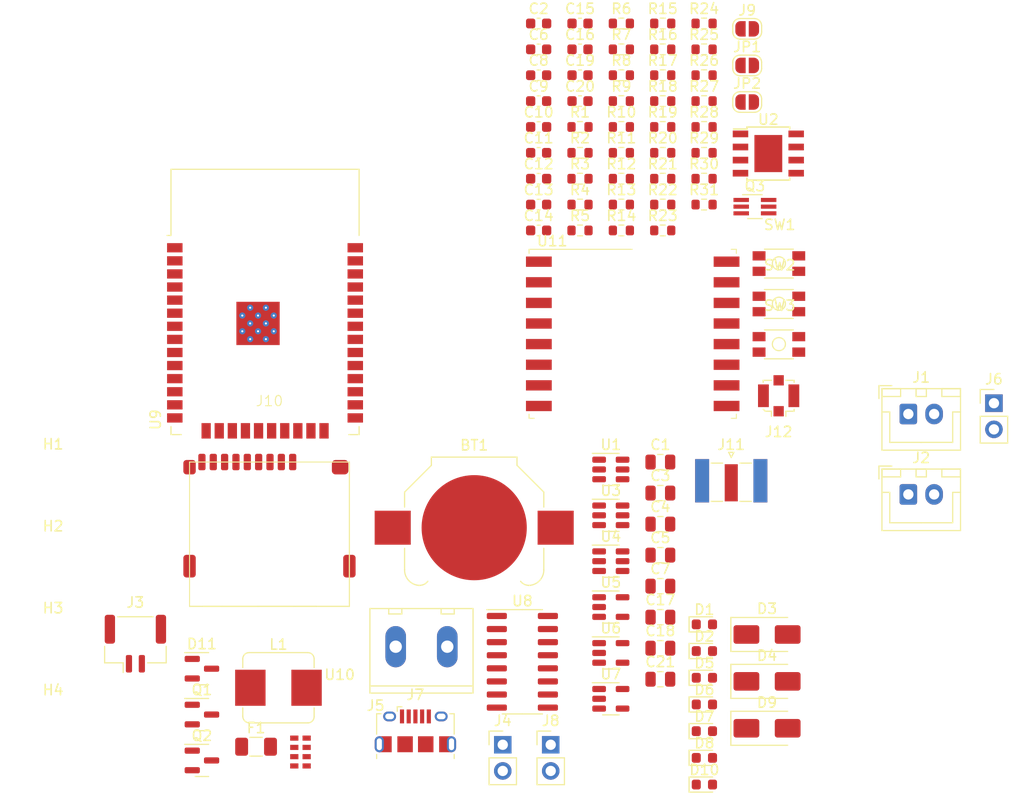
<source format=kicad_pcb>
(kicad_pcb (version 20221018) (generator pcbnew)
  (layers (0 "F.Cu" signal) (31 "B.Cu" signal) (34 "B.Paste" user) (35 "F.Paste" user) (36 "B.SilkS" user "B.Silkscreen") (37 "F.SilkS" user "F.Silkscreen") (38 "B.Mask" user) (39 "F.Mask" user) (44 "Edge.Cuts" user))
  (net 0 "")
  (net 1 "Net-(BT1-+)")
  (net 2 "GND")
  (net 3 "/V1")
  (net 4 "Net-(U1-VCC)")
  (net 5 "/BAT-")
  (net 6 "/BAT+")
  (net 7 "/V_USB")
  (net 8 "/Vo_DCDC")
  (net 9 "+5V")
  (net 10 "/VIN_5V")
  (net 11 "+3V3")
  (net 12 "/VDL_3V3")
  (net 13 "/VS_3V3")
  (net 14 "/IO0")
  (net 15 "/RESET")
  (net 16 "Net-(D11-K)")
  (net 17 "Net-(D1-K)")
  (net 18 "Net-(D1-A)")
  (net 19 "Net-(D2-K)")
  (net 20 "/SW_5V")
  (net 21 "Net-(D4-K)")
  (net 22 "Net-(D5-A)")
  (net 23 "Net-(D6-A)")
  (net 24 "Net-(D7-A)")
  (net 25 "Net-(D8-A)")
  (net 26 "Net-(D9-K)")
  (net 27 "Net-(D10-A)")
  (net 28 "/V_in")
  (net 29 "Net-(J7-D-)")
  (net 30 "Net-(J7-D+)")
  (net 32 "/C{slash}D")
  (net 33 "/Dat3")
  (net 34 "/EVI")
  (net 36 "Net-(J10-CMD)")
  (net 37 "Net-(J10-CLK)")
  (net 38 "Net-(J10-Dat0)")
  (net 40 "Net-(J11-In)")
  (net 41 "Net-(J12-In)")
  (net 42 "Net-(JP1-B)")
  (net 43 "/RST#")
  (net 44 "Net-(Q3B-B1)")
  (net 45 "/DTR#")
  (net 46 "Net-(Q3A-B1)")
  (net 47 "Net-(U2-PROG)")
  (net 48 "/CS")
  (net 49 "/FB_5V")
  (net 50 "/BAT_LVL")
  (net 51 "Net-(R16-Pad2)")
  (net 52 "Net-(R17-Pad2)")
  (net 53 "/IO2")
  (net 54 "/spi_miso")
  (net 55 "/spi_clk")
  (net 56 "/spi_mosi")
  (net 57 "/SD_cs")
  (net 58 "/INT")
  (net 59 "/SCL")
  (net 60 "/SDA")
  (net 61 "/rfm_rst")
  (net 62 "/OD")
  (net 63 "/OC")
  (net 69 "/EN_VDL")
  (net 71 "/EN_VS")
  (net 73 "/RX")
  (net 74 "/TX")
  (net 111 "/rfm_cs")
  (net 115 "/rfm_dio0")
  (net 116 "/rfm_dio1")
  (net 117 "/rfm_dio2")
  (footprint "Resistor_SMD:R_0603_1608Metric" (layer "F.Cu") (at 364.875 29.15)
    (fp_text reference "R9" (at 0 -1.43) (layer "F.SilkS"))
    (fp_text value "470")
    (pad "1" smd roundrect (at -0.825 0) (size 0.8 0.95) (layers "F.Cu" "F.Paste" "F.Mask") (net 8 "/Vo_DCDC"))
    (pad "2" smd roundrect (at 0.825 0) (size 0.8 0.95) (layers "F.Cu" "F.Paste" "F.Mask") (net 22 "Net-(D5-A)"))
  )
  (footprint "Resistor_SMD:R_0603_1608Metric" (layer "F.Cu") (at 372.895 36.68)
    (fp_text reference "R30" (at 0 -1.43) (layer "F.SilkS"))
    (fp_text value "2.2k")
    (pad "1" smd roundrect (at -0.825 0) (size 0.8 0.95) (layers "F.Cu" "F.Paste" "F.Mask") (net 12 "/VDL_3V3"))
    (pad "2" smd roundrect (at 0.825 0) (size 0.8 0.95) (layers "F.Cu" "F.Paste" "F.Mask") (net 60 "/SDA"))
  )
  (footprint "Connector_JST:JST_XH_B2B-XH-A_1x02_P2.50mm_Vertical" (layer "F.Cu") (at 392.7 59.51)
    (fp_text reference "J1" (at 1.25 -3.55) (layer "F.SilkS"))
    (fp_text value "ON OFF")
    (pad "1" thru_hole roundrect (at 0 0) (size 1.7 2) (drill 1) (layers "*.Cu" "*.Mask") (roundrect_rratio 0.147059) (net 3 "/V1"))
    (pad "2" thru_hole oval (at 2.5 0) (size 1.7 2) (drill 1) (layers "*.Cu" "*.Mask") (net 21 "Net-(D4-K)"))
  )
  (footprint "LED_SMD:LED_0603_1608Metric" (layer "F.Cu") (at 372.925 90.28)
    (fp_text reference "D7" (at 0 -1.43) (layer "F.SilkS"))
    (fp_text value "LED")
    (pad "1" smd roundrect (at -0.7875 0) (size 0.875 0.95) (layers "F.Cu" "F.Paste" "F.Mask") (net 2 "GND"))
    (pad "2" smd roundrect (at 0.7875 0) (size 0.875 0.95) (layers "F.Cu" "F.Paste" "F.Mask") (net 24 "Net-(D7-A)"))
  )
  (footprint "MountingHole:MountingHole_3.2mm_M3" (layer "F.Cu") (at 309.775 66.64)
    (fp_text reference "H1" (at 0 -4.2) (layer "F.SilkS"))
    (fp_text value "MountingHole")
    (pad "" np_thru_hole circle (at 0 0) (size 3.2 3.2) (drill 3.2) (layers "*.Cu" "*.Mask"))
  )
  (footprint "Capacitor_SMD:C_0805_2012Metric" (layer "F.Cu") (at 368.655 67.18)
    (fp_text reference "C3" (at 0 -1.68) (layer "F.SilkS"))
    (fp_text value "10u")
    (pad "1" smd roundrect (at -0.95 0) (size 1 1.45) (layers "F.Cu" "F.Paste" "F.Mask") (net 6 "/BAT+"))
    (pad "2" smd roundrect (at 0.95 0) (size 1 1.45) (layers "F.Cu" "F.Paste" "F.Mask") (net 2 "GND"))
  )
  (footprint "Resistor_SMD:R_0603_1608Metric" (layer "F.Cu") (at 368.885 34.17)
    (fp_text reference "R20" (at 0 -1.43) (layer "F.SilkS"))
    (fp_text value "10K")
    (pad "1" smd roundrect (at -0.825 0) (size 0.8 0.95) (layers "F.Cu" "F.Paste" "F.Mask") (net 11 "+3V3"))
    (pad "2" smd roundrect (at 0.825 0) (size 0.8 0.95) (layers "F.Cu" "F.Paste" "F.Mask") (net 15 "/RESET"))
  )
  (footprint "IoWLabs:SMD_SWITCH" (layer "F.Cu") (at 380.15 48.835)
    (fp_text reference "SW2" (at 0.0762 -3.7672) (layer "F.SilkS"))
    (fp_text value "SW_DIP_x02")
    (pad "1" smd rect (at -1.925 0.75) (size 1.25 0.9) (layers "F.Cu" "F.Paste" "F.Mask") (net 2 "GND"))
    (pad "2" smd rect (at 1.925 0.75) (size 1.25 0.9) (layers "F.Cu" "F.Paste" "F.Mask") (net 2 "GND"))
    (pad "3" smd rect (at -1.925 -0.75) (size 1.25 0.9) (layers "F.Cu" "F.Paste" "F.Mask") (net 51 "Net-(R16-Pad2)"))
    (pad "4" smd rect (at 1.925 -0.75) (size 1.25 0.9) (layers "F.Cu" "F.Paste" "F.Mask") (net 51 "Net-(R16-Pad2)"))
  )
  (footprint "Capacitor_SMD:C_0603_1608Metric" (layer "F.Cu") (at 356.855 24.13)
    (fp_text reference "C6" (at 0 -1.43) (layer "F.SilkS"))
    (fp_text value "1u")
    (pad "1" smd roundrect (at -0.775 0) (size 0.9 0.95) (layers "F.Cu" "F.Paste" "F.Mask") (net 9 "+5V"))
    (pad "2" smd roundrect (at 0.775 0) (size 0.9 0.95) (layers "F.Cu" "F.Paste" "F.Mask") (net 2 "GND"))
  )
  (footprint "IoWLabs:SON-8" (layer "F.Cu") (at 333.76 92.305)
    (fp_text reference "U10" (at 3.8 -7.5 unlocked) (layer "F.SilkS"))
    (fp_text value "RV-8803")
    (pad "1" smd rect (at -0.6 -1.35) (size 0.8 0.5) (layers "F.Cu" "F.Paste" "F.Mask") (net 60 "/SDA"))
    (pad "2" smd rect (at -0.6 -0.45) (size 0.8 0.5) (layers "F.Cu" "F.Paste" "F.Mask"))
    (pad "3" smd rect (at -0.6 0.45) (size 0.8 0.5) (layers "F.Cu" "F.Paste" "F.Mask") (net 16 "Net-(D11-K)"))
    (pad "4" smd rect (at -0.6 1.35) (size 0.8 0.5) (layers "F.Cu" "F.Paste" "F.Mask") (net 2 "GND"))
    (pad "5" smd rect (at 0.6 1.35) (size 0.8 0.5) (layers "F.Cu" "F.Paste" "F.Mask") (net 2 "GND"))
    (pad "6" smd rect (at 0.6 0.45) (size 0.8 0.5) (layers "F.Cu" "F.Paste" "F.Mask") (net 58 "/INT"))
    (pad "7" smd rect (at 0.6 -0.45) (size 0.8 0.5) (layers "F.Cu" "F.Paste" "F.Mask") (net 34 "/EVI"))
    (pad "8" smd rect (at 0.6 -1.35) (size 0.8 0.5) (layers "F.Cu" "F.Paste" "F.Mask") (net 59 "/SCL"))
  )
  (footprint "Package_TO_SOT_SMD:SOT-23-5" (layer "F.Cu") (at 363.855 78.24)
    (fp_text reference "U5" (at 0 -2.4) (layer "F.SilkS"))
    (fp_text value "AP2112K-3.3")
    (pad "1" smd roundrect (at -1.1375 -0.95) (size 1.325 0.6) (layers "F.Cu" "F.Paste" "F.Mask") (net 9 "+5V"))
    (pad "2" smd roundrect (at -1.1375 0) (size 1.325 0.6) (layers "F.Cu" "F.Paste" "F.Mask") (net 2 "GND"))
    (pad "3" smd roundrect (at -1.1375 0.95) (size 1.325 0.6) (layers "F.Cu" "F.Paste" "F.Mask") (net 9 "+5V"))
    (pad "4" smd roundrect (at 1.1375 0.95) (size 1.325 0.6) (layers "F.Cu" "F.Paste" "F.Mask"))
    (pad "5" smd roundrect (at 1.1375 -0.95) (size 1.325 0.6) (layers "F.Cu" "F.Paste" "F.Mask") (net 11 "+3V3"))
  )
  (footprint "Resistor_SMD:R_0603_1608Metric" (layer "F.Cu") (at 368.885 41.7)
    (fp_text reference "R23" (at 0 -1.43) (layer "F.SilkS"))
    (fp_text value "3.3k")
    (pad "1" smd roundrect (at -0.825 0) (size 0.8 0.95) (layers "F.Cu" "F.Paste" "F.Mask") (net 16 "Net-(D11-K)"))
    (pad "2" smd roundrect (at 0.825 0) (size 0.8 0.95) (layers "F.Cu" "F.Paste" "F.Mask") (net 1 "Net-(BT1-+)"))
  )
  (footprint "Resistor_SMD:R_0603_1608Metric" (layer "F.Cu") (at 364.875 24.13)
    (fp_text reference "R7" (at 0 -1.43) (layer "F.SilkS"))
    (fp_text value "1K")
    (pad "1" smd roundrect (at -0.825 0) (size 0.8 0.95) (layers "F.Cu" "F.Paste" "F.Mask") (net 49 "/FB_5V"))
    (pad "2" smd roundrect (at 0.825 0) (size 0.8 0.95) (layers "F.Cu" "F.Paste" "F.Mask") (net 2 "GND"))
  )
  (footprint "Jumper:SolderJumper-2_P1.3mm_Open_RoundedPad1.0x1.5mm" (layer "F.Cu") (at 377.075 29.24)
    (fp_text reference "JP2" (at 0 -1.8) (layer "F.SilkS"))
    (fp_text value "SolderJumper_2_Open")
    (pad "1" smd custom (at -0.65 0) (size 1 0.5) (layers "F.Cu" "F.Mask") (net 41 "Net-(J12-In)") (options (clearance outline) (anchor rect)) (primitives (gr_circle (center 0 0.25) (end 0.5 0.25) (width 0) (fill yes)) (gr_circle (center 0 -0.25) (end 0.5 -0.25) (width 0) (fill yes)) (gr_poly (pts (xy 0.5 0.75) (xy 0 0.75) (xy 0 -0.75) (xy 0.5 -0.75)) (width 0) (fill yes))))
    (pad "2" smd custom (at 0.65 0) (size 1 0.5) (layers "F.Cu" "F.Mask") (net 42 "Net-(JP1-B)") (options (clearance outline) (anchor rect)) (primitives (gr_circle (center 0 0.25) (end 0.5 0.25) (width 0) (fill yes)) (gr_circle (center 0 -0.25) (end 0.5 -0.25) (width 0) (fill yes)) (gr_poly (pts (xy 0 0.75) (xy -0.5 0.75) (xy -0.5 -0.75) (xy 0 -0.75)) (width 0) (fill yes))))
  )
  (footprint "Package_TO_SOT_SMD:SOT-363_SC-70-6_Handsoldering" (layer "F.Cu") (at 377.825 39.39)
    (fp_text reference "Q3" (at 0 -2) (layer "F.SilkS"))
    (fp_text value "Q_Dual_NPN_NPN_BRT_E1B1C2E2B2C1")
    (pad "1" smd rect (at -1.33 -0.65) (size 1.5 0.4) (layers "F.Cu" "F.Paste" "F.Mask") (net 43 "/RST#"))
    (pad "2" smd rect (at -1.33 0) (size 1.5 0.4) (layers "F.Cu" "F.Paste" "F.Mask") (net 44 "Net-(Q3B-B1)"))
    (pad "3" smd rect (at -1.33 0.65) (size 1.5 0.4) (layers "F.Cu" "F.Paste" "F.Mask") (net 14 "/IO0"))
    (pad "4" smd rect (at 1.33 0.65) (size 1.5 0.4) (layers "F.Cu" "F.Paste" "F.Mask") (net 45 "/DTR#"))
    (pad "5" smd rect (at 1.33 0) (size 1.5 0.4) (layers "F.Cu" "F.Paste" "F.Mask") (net 46 "Net-(Q3A-B1)"))
    (pad "6" smd rect (at 1.33 -0.65) (size 1.5 0.4) (layers "F.Cu" "F.Paste" "F.Mask") (net 15 "/RESET"))
  )
  (footprint "IoWLabsConnectors:Tb-2x1-5p-TH-V" (layer "F.Cu") (at 345.4938 82.085)
    (fp_text reference "J5" (at -4.445 5.715) (layer "F.SilkS"))
    (fp_text value "IN")
    (pad "1" thru_hole oval (at -2.5 0) (size 2 4) (drill 1.2) (layers "*.Cu" "*.Mask" "B.Paste") (net 2 "GND"))
    (pad "2" thru_hole oval (at 2.5 0) (size 2 4) (drill 1.2) (layers "*.Cu" "*.Mask") (net 10 "/VIN_5V"))
  )
  (footprint "Capacitor_SMD:C_0603_1608Metric" (layer "F.Cu") (at 360.865 24.13)
    (fp_text reference "C16" (at 0 -1.43) (layer "F.SilkS"))
    (fp_text value "100n")
    (pad "1" smd roundrect (at -0.775 0) (size 0.9 0.95) (layers "F.Cu" "F.Paste" "F.Mask") (net 11 "+3V3"))
    (pad "2" smd roundrect (at 0.775 0) (size 0.9 0.95) (layers "F.Cu" "F.Paste" "F.Mask") (net 2 "GND"))
  )
  (footprint "Resistor_SMD:R_0603_1608Metric" (layer "F.Cu") (at 368.885 26.64)
    (fp_text reference "R17" (at 0 -1.43) (layer "F.SilkS"))
    (fp_text value "200")
    (pad "1" smd roundrect (at -0.825 0) (size 0.8 0.95) (layers "F.Cu" "F.Paste" "F.Mask") (net 15 "/RESET"))
    (pad "2" smd roundrect (at 0.825 0) (size 0.8 0.95) (layers "F.Cu" "F.Paste" "F.Mask") (net 52 "Net-(R17-Pad2)"))
  )
  (footprint "Resistor_SMD:R_0603_1608Metric" (layer "F.Cu") (at 372.895 39.19)
    (fp_text reference "R31" (at 0 -1.43) (layer "F.SilkS"))
    (fp_text value "10k")
    (pad "1" smd roundrect (at -0.825 0) (size 0.8 0.95) (layers "F.Cu" "F.Paste" "F.Mask") (net 11 "+3V3"))
    (pad "2" smd roundrect (at 0.825 0) (size 0.8 0.95) (layers "F.Cu" "F.Paste" "F.Mask") (net 61 "/rfm_rst"))
  )
  (footprint "Package_SO:SOIC-16_3.9x9.9mm_P1.27mm" (layer "F.Cu") (at 355.275 83.55)
    (fp_text reference "U8" (at 0 -5.9) (layer "F.SilkS"))
    (fp_text value "CH340C")
    (pad "1" smd roundrect (at -2.475 -4.445) (size 1.95 0.6) (layers "F.Cu" "F.Paste" "F.Mask") (net 2 "GND"))
    (pad "2" smd roundrect (at -2.475 -3.175) (size 1.95 0.6) (layers "F.Cu" "F.Paste" "F.Mask") (net 73 "/RX"))
    (pad "3" smd roundrect (at -2.475 -1.905) (size 1.95 0.6) (layers "F.Cu" "F.Paste" "F.Mask") (net 74 "/TX"))
    (pad "4" smd roundrect (at -2.475 -0.635) (size 1.95 0.6) (layers "F.Cu" "F.Paste" "F.Mask") (net 11 "+3V3"))
    (pad "5" smd roundrect (at -2.475 0.635) (size 1.95 0.6) (layers "F.Cu" "F.Paste" "F.Mask") (net 30 "Net-(J7-D+)"))
    (pad "6" smd roundrect (at -2.475 1.905) (size 1.95 0.6) (layers "F.Cu" "F.Paste" "F.Mask") (net 29 "Net-(J7-D-)"))
    (pad "7" smd roundrect (at -2.475 3.175) (size 1.95 0.6) (layers "F.Cu" "F.Paste" "F.Mask"))
    (pad "8" smd roundrect (at -2.475 4.445) (size 1.95 0.6) (layers "F.Cu" "F.Paste" "F.Mask"))
    (pad "9" smd roundrect (at 2.475 4.445) (size 1.95 0.6) (layers "F.Cu" "F.Paste" "F.Mask"))
    (pad "10" smd roundrect (at 2.475 3.175) (size 1.95 0.6) (layers "F.Cu" "F.Paste" "F.Mask"))
    (pad "11" smd roundrect (at 2.475 1.905) (size 1.95 0.6) (layers "F.Cu" "F.Paste" "F.Mask"))
    (pad "12" smd roundrect (at 2.475 0.635) (size 1.95 0.6) (layers "F.Cu" "F.Paste" "F.Mask"))
    (pad "13" smd roundrect (at 2.475 -0.635) (size 1.95 0.6) (layers "F.Cu" "F.Paste" "F.Mask") (net 45 "/DTR#"))
    (pad "14" smd roundrect (at 2.475 -1.905) (size 1.95 0.6) (layers "F.Cu" "F.Paste" "F.Mask") (net 43 "/RST#"))
    (pad "15" smd roundrect (at 2.475 -3.175) (size 1.95 0.6) (layers "F.Cu" "F.Paste" "F.Mask"))
    (pad "16" smd roundrect (at 2.475 -4.445) (size 1.95 0.6) (layers "F.Cu" "F.Paste" "F.Mask") (net 11 "+3V3"))
  )
  (footprint "Resistor_SMD:R_0603_1608Metric" (layer "F.Cu") (at 360.865 36.68)
    (fp_text reference "R3" (at 0 -1.43) (layer "F.SilkS"))
    (fp_text value "100")
    (pad "1" smd roundrect (at -0.825 0) (size 0.8 0.95) (layers "F.Cu" "F.Paste" "F.Mask") (net 6 "/BAT+"))
    (pad "2" smd roundrect (at 0.825 0) (size 0.8 0.95) (layers "F.Cu" "F.Paste" "F.Mask") (net 4 "Net-(U1-VCC)"))
  )
  (footprint "IoWLabsConnectors:microSD_push_push" (layer "F.Cu") (at 330.755 64.17)
    (fp_text reference "J10" (at 0 -5.92 unlocked) (layer "F.SilkS") (effects (font (thickness 0.1))))
    (fp_text value "~")
    (pad "1" smd roundrect (at 2.25 0 180) (size 0.7 1.6) (layers "F.Cu" "F.Paste" "F.Mask"))
    (pad "2" smd roundrect (at 1.15 0 180) (size 0.7 1.6) (layers "F.Cu" "F.Paste" "F.Mask") (net 33 "/Dat3"))
    (pad "3" smd roundrect (at 0.05 0 180) (size 0.7 1.6) (layers "F.Cu" "F.Paste" "F.Mask") (net 36 "Net-(J10-CMD)"))
    (pad "4" smd roundrect (at -1.05 0 180) (size 0.7 1.6) (layers "F.Cu" "F.Paste" "F.Mask") (net 12 "/VDL_3V3"))
    (pad "5" smd roundrect (at -2.15 0 180) (size 0.7 1.6) (layers "F.Cu" "F.Paste" "F.Mask") (net 37 "Net-(J10-CLK)"))
    (pad "6" smd roundrect (at -3.25 0 180) (size 0.7 1.6) (layers "F.Cu" "F.Paste" "F.Mask") (net 2 "GND"))
    (pad "7" smd roundrect (at -4.35 0 180) (size 0.7 1.6) (layers "F.Cu" "F.Paste" "F.Mask") (net 38 "Net-(J10-Dat0)"))
    (pad "8" smd roundrect (at -5.45 0 180) (size 0.7 1.6) (layers "F.Cu" "F.Paste" "F.Mask"))
    (pad "9" smd roundrect (at -6.55 0 180) (size 0.7 1.6) (layers "F.Cu" "F.Paste" "F.Mask") (net 32 "/C{slash}D"))
    (pad "10" smd roundrect (at -7.75 0.5 180) (size 1.2 1.4) (layers "F.Cu" "F.Paste" "F.Mask") (net 2 "GND"))
    (pad "10" smd roundrect (at -7.75 10.1 180) (size 1.2 2.2) (layers "F.Cu" "F.Paste" "F.Mask") (net 2 "GND"))
    (pad "10" smd roundrect (at 6.85 0.5 180) (size 1.6 1.4) (layers "F.Cu" "F.Paste" "F.Mask") (net 2 "GND"))
    (pad "10" smd roundrect (at 7.75 10.1 180) (size 1.2 2.2) (layers "F.Cu" "F.Paste" "F.Mask") (net 2 "GND"))
  )
  (footprint "Resistor_SMD:R_0603_1608Metric" (layer "F.Cu") (at 368.885 39.19)
    (fp_text reference "R22" (at 0 -1.43) (layer "F.SilkS"))
    (fp_text value "3.3k")
    (pad "1" smd roundrect (at -0.825 0) (size 0.8 0.95) (layers "F.Cu" "F.Paste" "F.Mask") (net 54 "/spi_miso"))
    (pad "2" smd roundrect (at 0.825 0) (size 0.8 0.95) (layers "F.Cu" "F.Paste" "F.Mask") (net 38 "Net-(J10-Dat0)"))
  )
  (footprint "Diode_SMD:D_SMA" (layer "F.Cu") (at 379 90)
    (fp_text reference "D9" (at 0 -2.5) (layer "F.SilkS"))
    (fp_text value "D_Schottky")
    (pad "1" smd roundrect (at -2 0) (size 2.5 1.8) (layers "F.Cu" "F.Paste" "F.Mask") (roundrect_rratio 0.1388888889) (net 26 "Net-(D9-K)"))
    (pad "2" smd roundrect (at 2 0) (size 2.5 1.8) (layers "F.Cu" "F.Paste" "F.Mask") (roundrect_rratio 0.1388888889) (net 7 "/V_USB"))
  )
  (footprint "Package_TO_SOT_SMD:SOT-23" (layer "F.Cu") (at 324.205 93.12)
    (fp_text reference "Q2" (at 0 -2.4) (layer "F.SilkS"))
    (fp_text value "Q_PMOS_GSD")
    (pad "1" smd roundrect (at -0.9375 -0.95) (size 1.475 0.6) (layers "F.Cu" "F.Paste" "F.Mask") (net 7 "/V_USB"))
    (pad "2" smd roundrect (at -0.9375 0.95) (size 1.475 0.6) (layers "F.Cu" "F.Paste" "F.Mask") (net 26 "Net-(D9-K)"))
    (pad "3" smd roundrect (at 0.9375 0) (size 1.475 0.6) (layers "F.Cu" "F.Paste" "F.Mask") (net 10 "/VIN_5V"))
  )
  (footprint "Resistor_SMD:R_0603_1608Metric" (layer "F.Cu") (at 364.875 34.17)
    (fp_text reference "R11" (at 0 -1.43) (layer "F.SilkS"))
    (fp_text value "1k")
    (pad "1" smd roundrect (at -0.825 0) (size 0.8 0.95) (layers "F.Cu" "F.Paste" "F.Mask") (net 11 "+3V3"))
    (pad "2" smd roundrect (at 0.825 0) (size 0.8 0.95) (layers "F.Cu" "F.Paste" "F.Mask") (net 23 "Net-(D6-A)"))
  )
  (footprint "Resistor_SMD:R_0603_1608Metric" (layer "F.Cu") (at 372.895 29.15)
    (fp_text reference "R27" (at 0 -1.43) (layer "F.SilkS"))
    (fp_text value "100k")
    (pad "1" smd roundrect (at -0.825 0) (size 0.8 0.95) (layers "F.Cu" "F.Paste" "F.Mask") (net 12 "/VDL_3V3"))
    (pad "2" smd roundrect (at 0.825 0) (size 0.8 0.95) (layers "F.Cu" "F.Paste" "F.Mask") (net 58 "/INT"))
  )
  (footprint "Resistor_SMD:R_0603_1608Metric" (layer "F.Cu") (at 364.875 41.7)
    (fp_text reference "R14" (at 0 -1.43) (layer "F.SilkS"))
    (fp_text value "10K")
    (pad "1" smd roundrect (at -0.825 0) (size 0.8 0.95) (layers "F.Cu" "F.Paste" "F.Mask") (net 7 "/V_USB"))
    (pad "2" smd roundrect (at 0.825 0) (size 0.8 0.95) (layers "F.Cu" "F.Paste" "F.Mask") (net 2 "GND"))
  )
  (footprint "Resistor_SMD:R_0603_1608Metric" (layer "F.Cu") (at 372.895 21.62)
    (fp_text reference "R24" (at 0 -1.43) (layer "F.SilkS"))
    (fp_text value "3.3k")
    (pad "1" smd roundrect (at -0.825 0) (size 0.8 0.95) (layers "F.Cu" "F.Paste" "F.Mask") (net 55 "/spi_clk"))
    (pad "2" smd roundrect (at 0.825 0) (size 0.8 0.95) (layers "F.Cu" "F.Paste" "F.Mask") (net 37 "Net-(J10-CLK)"))
  )
  (footprint "Resistor_SMD:R_0603_1608Metric" (layer "F.Cu") (at 364.875 26.64)
    (fp_text reference "R8" (at 0 -1.43) (layer "F.SilkS"))
    (fp_text value "12K")
    (pad "1" smd roundrect (at -0.825 0) (size 0.8 0.95) (layers "F.Cu" "F.Paste" "F.Mask") (net 50 "/BAT_LVL"))
    (pad "2" smd roundrect (at 0.825 0) (size 0.8 0.95) (layers "F.Cu" "F.Paste" "F.Mask") (net 6 "/BAT+"))
  )
  (footprint "Connector_Coaxial:U.FL_Molex_MCRF_73412-0110_Vertical" (layer "F.Cu") (at 380.125 57.74)
    (fp_text reference "J12" (at 0 3.5) (layer "F.SilkS"))
    (fp_text value "Conn_Coaxial")
    (pad "1" smd rect (at 0 1.5) (size 1 1) (layers "F.Cu" "F.Paste" "F.Mask") (net 41 "Net-(J12-In)"))
    (pad "2" smd rect (at -1.475 0) (size 1.05 2.2) (layers "F.Cu" "F.Paste" "F.Mask") (net 2 "GND"))
    (pad "2" smd rect (at 0 -1.5) (size 1 1) (layers "F.Cu" "F.Paste" "F.Mask") (net 2 "GND"))
    (pad "2" smd rect (at 1.475 0) (size 1.05 2.2) (layers "F.Cu" "F.Paste" "F.Mask") (net 2 "GND"))
  )
  (footprint "Capacitor_SMD:C_0603_1608Metric" (layer "F.Cu") (at 356.855 26.64)
    (fp_text reference "C8" (at 0 -1.43) (layer "F.SilkS"))
    (fp_text value "1u")
    (pad "1" smd roundrect (at -0.775 0) (size 0.9 0.95) (layers "F.Cu" "F.Paste" "F.Mask") (net 11 "+3V3"))
    (pad "2" smd roundrect (at 0.775 0) (size 0.9 0.95) (layers "F.Cu" "F.Paste" "F.Mask") (net 2 "GND"))
  )
  (footprint "Resistor_SMD:R_0603_1608Metric" (layer "F.Cu") (at 360.865 39.19)
    (fp_text reference "R4" (at 0 -1.43) (layer "F.SilkS"))
    (fp_text value "1K2")
    (pad "1" smd roundrect (at -0.825 0) (size 0.8 0.95) (layers "F.Cu" "F.Paste" "F.Mask") (net 2 "GND"))
    (pad "2" smd roundrect (at 0.825 0) (size 0.8 0.95) (layers "F.Cu" "F.Paste" "F.Mask") (net 47 "Net-(U2-PROG)"))
  )
  (footprint "MountingHole:MountingHole_3.2mm_M3" (layer "F.Cu") (at 309.775 82.54)
    (fp_text reference "H3" (at 0 -4.2) (layer "F.SilkS"))
    (fp_text value "MountingHole")
    (pad "" np_thru_hole circle (at 0 0) (size 3.2 3.2) (drill 3.2) (layers "*.Cu" "*.Mask"))
  )
  (footprint "Diode_SMD:D_SMA" (layer "F.Cu") (at 379 85.45)
    (fp_text reference "D4" (at 0 -2.5) (layer "F.SilkS"))
    (fp_text value "D_Schottky")
    (pad "1" smd roundrect (at -2 0) (size 2.5 1.8) (layers "F.Cu" "F.Paste" "F.Mask") (roundrect_rratio 0.1388888889) (net 21 "Net-(D4-K)"))
    (pad "2" smd roundrect (at 2 0) (size 2.5 1.8) (layers "F.Cu" "F.Paste" "F.Mask") (roundrect_rratio 0.1388888889) (net 7 "/V_USB"))
  )
  (footprint "Resistor_SMD:R_0603_1608Metric" (layer "F.Cu") (at 368.885 24.13)
    (fp_text reference "R16" (at 0 -1.43) (layer "F.SilkS"))
    (fp_text value "200")
    (pad "1" smd roundrect (at -0.825 0) (size 0.8 0.95) (layers "F.Cu" "F.Paste" "F.Mask") (net 14 "/IO0"))
    (pad "2" smd roundrect (at 0.825 0) (size 0.8 0.95) (layers "F.Cu" "F.Paste" "F.Mask") (net 51 "Net-(R16-Pad2)"))
  )
  (footprint "Capacitor_SMD:C_0805_2012Metric" (layer "F.Cu") (at 368.655 85.24)
    (fp_text reference "C21" (at 0 -1.68) (layer "F.SilkS"))
    (fp_text value "4.7u")
    (pad "1" smd roundrect (at -0.95 0) (size 1 1.45) (layers "F.Cu" "F.Paste" "F.Mask") (net 2 "GND"))
    (pad "2" smd roundrect (at 0.95 0) (size 1 1.45) (layers "F.Cu" "F.Paste" "F.Mask") (net 11 "+3V3"))
  )
  (footprint "Battery:BatteryHolder_Keystone_3000_1x12mm" (layer "F.Cu") (at 350.605 70.54)
    (fp_text reference "BT1" (at 0 -8) (layer "F.SilkS"))
    (fp_text value "Battery_Cell")
    (pad "1" smd rect (at -7.9 0) (size 3.5 3.3) (layers "F.Cu" "F.Paste" "F.Mask") (net 1 "Net-(BT1-+)"))
    (pad "1" smd rect (at 7.9 0) (size 3.5 3.3) (layers "F.Cu" "F.Paste" "F.Mask") (net 1 "Net-(BT1-+)"))
    (pad "2" smd circle (at 0 0) (size 10.2 10.2) (layers "F.Cu" "F.Mask") (net 2 "GND"))
  )
  (footprint "Connector_PinHeader_2.54mm:PinHeader_1x02_P2.54mm_Vertical" (layer "F.Cu") (at 358.025 91.6)
    (fp_text reference "J8" (at 0 -2.33) (layer "F.SilkS"))
    (fp_text value "HDR-2x1")
    (pad "1" thru_hole rect (at 0 0) (size 1.7 1.7) (drill 1) (layers "*.Cu" "*.Mask") (net 32 "/C{slash}D"))
    (pad "2" thru_hole oval (at 0 2.54) (size 1.7 1.7) (drill 1) (layers "*.Cu" "*.Mask") (net 33 "/Dat3"))
  )
  (footprint "Package_TO_SOT_SMD:SOT-23" (layer "F.Cu") (at 324.205 88.67)
    (fp_text reference "Q1" (at 0 -2.4) (layer "F.SilkS"))
    (fp_text value "Q_PMOS_GSD")
    (pad "1" smd roundrect (at -0.9375 -0.95) (size 1.475 0.6) (layers "F.Cu" "F.Paste" "F.Mask") (net 7 "/V_USB"))
    (pad "2" smd roundrect (at -0.9375 0.95) (size 1.475 0.6) (layers "F.Cu" "F.Paste" "F.Mask") (net 21 "Net-(D4-K)"))
    (pad "3" smd roundrect (at 0.9375 0) (size 1.475 0.6) (layers "F.Cu" "F.Paste" "F.Mask") (net 6 "/BAT+"))
  )
  (footprint "Capacitor_SMD:C_0603_1608Metric" (layer "F.Cu") (at 360.865 26.64)
    (fp_text reference "C19" (at 0 -1.43) (layer "F.SilkS"))
    (fp_text value "10n")
    (pad "1" smd roundrect (at -0.775 0) (size 0.9 0.95) (layers "F.Cu" "F.Paste" "F.Mask") (net 16 "Net-(D11-K)"))
    (pad "2" smd roundrect (at 0.775 0) (size 0.9 0.95) (layers "F.Cu" "F.Paste" "F.Mask") (net 2 "GND"))
  )
  (footprint "Inductor_SMD:L_Bourns_SRP7028A_7.3x6.6mm" (layer "F.Cu") (at 331.625 86.07)
    (fp_text reference "L1" (at 0 -4.2) (layer "F.SilkS"))
    (fp_text value "22u")
    (pad "1" smd rect (at -2.725 0) (size 2.95 3.5) (layers "F.Cu" "F.Paste" "F.Mask") (net 3 "/V1"))
    (pad "2" smd rect (at 2.725 0) (size 2.95 3.5) (layers "F.Cu" "F.Paste" "F.Mask") (net 20 "/SW_5V"))
  )
  (footprint "Capacitor_SMD:C_0603_1608Metric" (layer "F.Cu") (at 356.855 29.15)
    (fp_text reference "C9" (at 0 -1.43) (layer "F.SilkS"))
    (fp_text value "1u")
    (pad "1" smd roundrect (at -0.775 0) (size 0.9 0.95) (layers "F.Cu" "F.Paste" "F.Mask") (net 9 "+5V"))
    (pad "2" smd roundrect (at 0.775 0) (size 0.9 0.95) (layers "F.Cu" "F.Paste" "F.Mask") (net 2 "GND"))
  )
  (footprint "Capacitor_SMD:C_0805_2012Metric" (layer "F.Cu") (at 368.655 70.19)
    (fp_text reference "C4" (at 0 -1.68) (layer "F.SilkS"))
    (fp_text value "10u")
    (pad "1" smd roundrect (at -0.95 0) (size 1 1.45) (layers "F.Cu" "F.Paste" "F.Mask") (net 7 "/V_USB"))
    (pad "2" smd roundrect (at 0.95 0) (size 1 1.45) (layers "F.Cu" "F.Paste" "F.Mask") (net 2 "GND"))
  )
  (footprint "Resistor_SMD:R_0603_1608Metric" (layer "F.Cu") (at 360.865 31.66)
    (fp_text reference "R1" (at 0 -1.43) (layer "F.SilkS"))
    (fp_text value "1k")
    (pad "1" smd roundrect (at -0.825 0) (size 0.8 0.95) (layers "F.Cu" "F.Paste" "F.Mask") (net 7 "/V_USB"))
    (pad "2" smd roundrect (at 0.825 0) (size 0.8 0.95) (layers "F.Cu" "F.Paste" "F.Mask") (net 18 "Net-(D1-A)"))
  )
  (footprint "LED_SMD:LED_0603_1608Metric" (layer "F.Cu") (at 372.925 95.46)
    (fp_text reference "D10" (at 0 -1.43) (layer "F.SilkS"))
    (fp_text value "LED")
    (pad "1" smd roundrect (at -0.7875 0) (size 0.875 0.95) (layers "F.Cu" "F.Paste" "F.Mask") (net 2 "GND"))
    (pad "2" smd roundrect (at 0.7875 0) (size 0.875 0.95) (layers "F.Cu" "F.Paste" "F.Mask") (net 27 "Net-(D10-A)"))
  )
  (footprint "Resistor_SMD:R_0603_1608Metric" (layer "F.Cu") (at 364.875 36.68)
    (fp_text reference "R12" (at 0 -1.43) (layer "F.SilkS"))
    (fp_text value "1k")
    (pad "1" smd roundrect (at -0.825 0) (size 0.8 0.95) (layers "F.Cu" "F.Paste" "F.Mask") (net 12 "/VDL_3V3"))
    (pad "2" smd roundrect (at 0.825 0) (size 0.8 0.95) (layers "F.Cu" "F.Paste" "F.Mask") (net 24 "Net-(D7-A)"))
  )
  (footprint "Capacitor_SMD:C_0805_2012Metric" (layer "F.Cu") (at 368.655 73.2)
    (fp_text reference "C5" (at 0 -1.68) (layer "F.SilkS"))
    (fp_text value "22u")
    (pad "1" smd roundrect (at -0.95 0) (size 1 1.45) (layers "F.Cu" "F.Paste" "F.Mask") (net 8 "/Vo_DCDC"))
    (pad "2" smd roundrect (at 0.95 0) (size 1 1.45) (layers "F.Cu" "F.Paste" "F.Mask") (net 2 "GND"))
  )
  (footprint "Connector_Coaxial:SMA_Samtec_SMA-J-P-X-ST-EM1_EdgeMount" (layer "F.Cu") (at 375.53 65.985)
    (fp_text reference "J11" (at 0 -3.5) (layer "F.SilkS"))
    (fp_text value "Conn_Coaxial")
    (pad "1" smd rect (at 0 0.2) (size 1.27 3.6) (layers "F.Cu" "F.Paste" "F.Mask") (net 40 "Net-(J11-In)"))
    (pad "2" smd rect (at -2.825 0) (size 1.35 4.2) (layers "F.Cu" "F.Paste" "F.Mask") (net 2 "GND"))
    (pad "2" smd rect (at -2.825 0) (size 1.35 4.2) (layers "B.Cu" "B.Paste" "B.Mask") (net 2 "GND"))
    (pad "2" smd rect (at 2.825 0) (size 1.35 4.2) (layers "F.Cu" "F.Paste" "F.Mask") (net 2 "GND"))
    (pad "2" smd rect (at 2.825 0) (size 1.35 4.2) (layers "B.Cu" "B.Paste" "B.Mask") (net 2 "GND"))
  )
  (footprint "Capacitor_SMD:C_0805_2012Metric" (layer "F.Cu") (at 368.655 64.17)
    (fp_text reference "C1" (at 0 -1.68) (layer "F.SilkS"))
    (fp_text value "22u")
    (pad "1" smd roundrect (at -0.95 0) (size 1 1.45) (layers "F.Cu" "F.Paste" "F.Mask") (net 3 "/V1"))
    (pad "2" smd roundrect (at 0.95 0) (size 1 1.45) (layers "F.Cu" "F.Paste" "F.Mask") (net 2 "GND"))
  )
  (footprint "Connector_USB:USB_Micro-B_Amphenol_10118194_Horizontal" (layer "F.Cu") (at 344.905 90.25)
    (fp_text reference "J7" (at 0 -3.5) (layer "F.SilkS"))
    (fp_text value "USB_B_Micro")
    (pad "1" smd rect (at -1.3 -1.4) (size 0.4 1.35) (layers "F.Cu" "F.Paste" "F.Mask") (net 28 "/V_in"))
    (pad "2" smd rect (at -0.65 -1.4) (size 0.4 1.35) (layers "F.Cu" "F.Paste" "F.Mask") (net 29 "Net-(J7-D-)"))
    (pad "3" smd rect (at 0 -1.4) (size 0.4 1.35) (layers "F.Cu" "F.Paste" "F.Mask") (net 30 "Net-(J7-D+)"))
    (pad "4" smd rect (at 0.65 -1.4) (size 0.4 1.35) (layers "F.Cu" "F.Paste" "F.Mask"))
    (pad "5" smd rect (at 1.3 -1.4) (size 0.4 1.35) (layers "F.Cu" "F.Paste" "F.Mask") (net 2 "GND"))
    (pad "6" thru_hole oval (at -3.5 1.3) (size 0.89 1.55) (drill oval 0.5 1.15) (layers "*.Cu" "*.Mask") (net 2 "GND"))
    (pad "6" smd rect (at -2.9 1.3) (size 1.2 1.55) (layers "F.Cu" "F.Paste" "F.Mask") (net 2 "GND"))
    (pad "6" thru_hole oval (at -2.5 -1.4) (size 1.25 0.95) (drill oval 0.85 0.55) (layers "*.Cu" "*.Mask") (net 2 "GND"))
    (pad "6" smd rect (at -1 1.3) (size 1.5 1.55) (layers "F.Cu" "F.Paste" "F.Mask") (net 2 "GND"))
    (pad "6" smd rect (at 1 1.3) (size 1.5 1.55) (layers "F.Cu" "F.Paste" "F.Mask") (net 2 "GND"))
    (pad "6" thru_hole oval (at 2.5 -1.4) (size 1.25 0.95) (drill oval 0.85 0.55) (layers "*.Cu" "*.Mask") (net 2 "GND"))
    (pad "6" smd rect (at 2.9 1.3) (size 1.2 1.55) (layers "F.Cu" "F.Paste" "F.Mask") (net 2 "GND"))
    (pad "6" thru_hole oval (at 3.5 1.3) (size 0.89 1.55) (drill oval 0.5 1.15) (layers "*.Cu" "*.Mask") (net 2 "GND"))
  )
  (footprint "Capacitor_SMD:C_0603_1608Metric" (layer "F.Cu") (at 356.855 39.19)
    (fp_text reference "C13" (at 0 -1.43) (layer "F.SilkS"))
    (fp_text value "100n")
    (pad "1" smd roundrect (at -0.775 0) (size 0.9 0.95) (layers "F.Cu" "F.Paste" "F.Mask") (net 11 "+3V3"))
    (pad "2" smd roundrect (at 0.775 0) (size 0.9 0.95) (layers "F.Cu" "F.Paste" "F.Mask") (net 2 "GND"))
  )
  (footprint "LED_SMD:LED_0603_1608Metric" (layer "F.Cu") (at 372.925 85.1)
    (fp_text reference "D5" (at 0 -1.43) (layer "F.SilkS"))
    (fp_text value "LED")
    (pad "1" smd roundrect (at -0.7875 0) (size 0.875 0.95) (layers "F.Cu" "F.Paste" "F.Mask") (net 2 "GND"))
    (pad "2" smd roundrect (at 0.7875 0) (size 0.875 0.95) (layers "F.Cu" "F.Paste" "F.Mask") (net 22 "Net-(D5-A)"))
  )
  (footprint "Resistor_SMD:R_0603_1608Metric" (layer "F.Cu") (at 368.885 31.66)
    (fp_text reference "R19" (at 0 -1.43) (layer "F.SilkS"))
    (fp_text value "10K")
    (pad "1" smd roundrect (at -0.825 0) (size 0.8 0.95) (layers "F.Cu" "F.Paste" "F.Mask") (net 46 "Net-(Q3A-B1)"))
    (pad "2" smd roundrect (at 0.825 0) (size 0.8 0.95) (layers "F.Cu" "F.Paste" "F.Mask") (net 43 "/RST#"))
  )
  (footprint "Connector_JST:JST_GH_BM02B-GHS-TBT_1x02-1MP_P1.25mm_Vertical" (layer "F.Cu") (at 317.755 81.79)
    (fp_text reference "J3" (at 0 -4) (layer "F.SilkS"))
    (fp_text value "BAT")
    (pad "1" smd roundrect (at -0.625 1.95) (size 0.6 1.7) (layers "F.Cu" "F.Paste" "F.Mask") (net 6 "/BAT+"))
    (pad "2" smd roundrect (at 0.625 1.95) (size 0.6 1.7) (layers "F.Cu" "F.Paste" "F.Mask") (net 5 "/BAT-"))
    (pad "MP" smd roundrect (at -2.475 -1.4) (size 1 2.8) (layers "F.Cu" "F.Paste" "F.Mask"))
    (pad "MP" smd roundrect (at 2.475 -1.4) (size 1 2.8) (layers "F.Cu" "F.Paste" "F.Mask"))
  )
  (footprint "IoWLabs:TP4056_SOP-8-PP" (layer "F.Cu") (at 379.125 34.24)
    (fp_text reference "U2" (at 0 -3.3) (layer "F.SilkS"))
    (fp_text value "TP4056")
    (pad "1" smd rect (at -2.7 -1.905) (size 1.5 0.65) (layers "F.Cu" "F.Paste" "F.Mask") (net 2 "GND"))
    (pad "2" smd rect (at -2.7 -0.635) (size 1.5 0.65) (layers "F.Cu" "F.Paste" "F.Mask") (net 47 "Net-(U2-PROG)"))
    (pad "3" smd rect (at -2.7 0.635) (size 1.5 0.65) (layers "F.Cu" "F.Paste" "F.Mask") (net 2 "GND"))
    (pad "4" smd rect (at -2.7 1.905) (size 1.5 0.65) (layers "F.Cu" "F.Paste" "F.Mask") (net 7 "/V_USB"))
    (pad "5" smd rect (at 2.7 1.905) (size 1.5 0.65) (layers "F.Cu" "F.Paste" "F.Mask") (net 6 "/BAT+"))
    (pad "6" smd rect (at 2.7 0.635) (size 1.5 0.65) (layers "F.Cu" "F.Paste" "F.Mask") (net 19 "Net-(D2-K)"))
    (pad "7" smd rect (at 2.7 -0.635) (size 1.5 0.65) (layers "F.Cu" "F.Paste" "F.Mask") (net 17 "Net-(D1-K)"))
    (pad "8" smd rect (at 2.7 -1.905) (size 1.5 0.65) (layers "F.Cu" "F.Paste" "F.Mask") (net 7 "/V_USB"))
    (pad "9" smd rect (at 0 0) (size 2.7 3.6) (layers "F.Cu" "F.Paste" "F.Mask"))
  )
  (footprint "Resistor_SMD:R_0603_1608Metric" (layer "F.Cu") (at 364.875 31.66)
    (fp_text reference "R10" (at 0 -1.43) (layer "F.SilkS"))
    (fp_text value "30K")
    (pad "1" smd roundrect (at -0.825 0) (size 0.8 0.95) (layers "F.Cu" "F.Paste" "F.Mask") (net 50 "/BAT_LVL"))
    (pad "2" smd roundrect (at 0.825 0) (size 0.8 0.95) (layers "F.Cu" "F.Paste" "F.Mask") (net 2 "GND"))
  )
  (footprint "Fuse:Fuse_1206_3216Metric" (layer "F.Cu") (at 329.455 91.79)
    (fp_text reference "F1" (at 0 -1.82) (layer "F.SilkS"))
    (fp_text value "FUSE")
    (pad "1" smd roundrect (at -1.4 0) (size 1.25 1.75) (layers "F.Cu" "F.Paste" "F.Mask") (roundrect_rratio 0.2) (net 28 "/V_in"))
    (pad "2" smd roundrect (at 1.4 0) (size 1.25 1.75) (layers "F.Cu" "F.Paste" "F.Mask") (roundrect_rratio 0.2) (net 7 "/V_USB"))
  )
  (footprint "Capacitor_SMD:C_0603_1608Metric" (layer "F.Cu") (at 360.865 21.62)
    (fp_text reference "C15" (at 0 -1.43) (layer "F.SilkS"))
    (fp_text value "100n")
    (pad "1" smd roundrect (at -0.775 0) (size 0.9 0.95) (layers "F.Cu" "F.Paste" "F.Mask") (net 15 "/RESET"))
    (pad "2" smd roundrect (at 0.775 0) (size 0.9 0.95) (layers "F.Cu" "F.Paste" "F.Mask") (net 2 "GND"))
  )
  (footprint "Package_TO_SOT_SMD:SOT-23-5" (layer "F.Cu") (at 363.855 87.14)
    (fp_text reference "U7" (at 0 -2.4) (layer "F.SilkS"))
    (fp_text value "AP2112K-3.3")
    (pad "1" smd roundrect (at -1.1375 -0.95) (size 1.325 0.6) (layers "F.Cu" "F.Paste" "F.Mask") (net 9 "+5V"))
    (pad "2" smd roundrect (at -1.1375 0) (size 1.325 0.6) (layers "F.Cu" "F.Paste" "F.Mask") (net 2 "GND"))
    (pad "3" smd roundrect (at -1.1375 0.95) (size 1.325 0.6) (layers "F.Cu" "F.Paste" "F.Mask") (net 71 "/EN_VS"))
    (pad "4" smd roundrect (at 1.1375 0.95) (size 1.325 0.6) (layers "F.Cu" "F.Paste" "F.Mask"))
    (pad "5" smd roundrect (at 1.1375 -0.95) (size 1.325 0.6) (layers "F.Cu" "F.Paste" "F.Mask") (net 13 "/VS_3V3"))
  )
  (footprint "Resistor_SMD:R_0603_1608Metric" (layer "F.Cu") (at 360.865 34.17)
    (fp_text reference "R2" (at 0 -1.43) (layer "F.SilkS"))
    (fp_text value "10K")
    (pad "1" smd roundrect (at -0.825 0) (size 0.8 0.95) (layers "F.Cu" "F.Paste" "F.Mask") (net 7 "/V_USB"))
    (pad "2" smd roundrect (at 0.825 0) (size 0.8 0.95) (layers "F.Cu" "F.Paste" "F.Mask") (net 2 "GND"))
  )
  (footprint "RF_Module:ESP32-WROOM-32" (layer "F.Cu") (at 330.325 51.63)
    (fp_text reference "U9" (at -10.61 8.43 90) (layer "F.SilkS"))
    (fp_text value "ESP32-WROOM-32D")
    (pad "1" smd rect (at -8.75 -8.25) (size 1.5 0.9) (layers "F.Cu" "F.Paste" "F.Mask") (net 2 "GND"))
    (pad "2" smd rect (at -8.75 -6.98) (size 1.5 0.9) (layers "F.Cu" "F.Paste" "F.Mask") (net 11 "+3V3"))
    (pad "3" smd rect (at -8.75 -5.71) (size 1.5 0.9) (layers "F.Cu" "F.Paste" "F.Mask") (net 15 "/RESET"))
    (pad "4" smd rect (at -8.75 -4.44) (size 1.5 0.9) (layers "F.Cu" "F.Paste" "F.Mask"))
    (pad "5" smd rect (at -8.75 -3.17) (size 1.5 0.9) (layers "F.Cu" "F.Paste" "F.Mask"))
    (pad "6" smd rect (at -8.75 -1.9) (size 1.5 0.9) (layers "F.Cu" "F.Paste" "F.Mask"))
    (pad "7" smd rect (at -8.75 -0.63) (size 1.5 0.9) (layers "F.Cu" "F.Paste" "F.Mask") (net 50 "/BAT_LVL"))
    (pad "8" smd rect (at -8.75 0.64) (size 1.5 0.9) (layers "F.Cu" "F.Paste" "F.Mask"))
    (pad "9" smd rect (at -8.75 1.91) (size 1.5 0.9) (layers "F.Cu" "F.Paste" "F.Mask"))
    (pad "10" smd rect (at -8.75 3.18) (size 1.5 0.9) (layers "F.Cu" "F.Paste" "F.Mask"))
    (pad "11" smd rect (at -8.75 4.45) (size 1.5 0.9) (layers "F.Cu" "F.Paste" "F.Mask"))
    (pad "12" smd rect (at -8.75 5.72) (size 1.5 0.9) (layers "F.Cu" "F.Paste" "F.Mask"))
    (pad "13" smd rect (at -8.75 6.99) (size 1.5 0.9) (layers "F.Cu" "F.Paste" "F.Mask"))
    (pad "14" smd rect (at -8.75 8.26) (size 1.5 0.9) (layers "F.Cu" "F.Paste" "F.Mask"))
    (pad "15" smd rect (at -5.71 9.51 90) (size 1.5 0.9) (layers "F.Cu" "F.Paste" "F.Mask") (net 2 "GND"))
    (pad "16" smd rect (at -4.44 9.51 90) (size 1.5 0.9) (layers "F.Cu" "F.Paste" "F.Mask"))
    (pad "17" smd rect (at -3.17 9.51 90) (size 1.5 0.9) (layers "F.Cu" "F.Paste" "F.Mask"))
    (pad "18" smd rect (at -1.9 9.51 90) (size 1.5 0.9) (layers "F.Cu" "F.Paste" "F.Mask"))
    (pad "19" smd rect (at -0.63 9.51 90) (size 1.5 0.9) (layers "F.Cu" "F.Paste" "F.Mask"))
    (pad "20" smd rect (at 0.64 9.51 90) (size 1.5 0.9) (layers "F.Cu" "F.Paste" "F.Mask"))
    (pad "21" smd rect (at 1.91 9.51 90) (size 1.5 0.9) (layers "F.Cu" "F.Paste" "F.Mask"))
    (pad "22" smd rect (at 3.18 9.51 90) (size 1.5 0.9) (layers "F.Cu" "F.Paste" "F.Mask"))
    (pad "23" smd rect (at 4.45 9.51 90) (size 1.5 0.9) (layers "F.Cu" "F.Paste" "F.Mask"))
    (pad "24" smd rect (at 5.72 9.51 90) (size 1.5 0.9) (layers "F.Cu" "F.Paste" "F.Mask") (net 53 "/IO2"))
    (pad "25" smd rect (at 8.75 8.26) (size 1.5 0.9) (layers "F.Cu" "F.Paste" "F.Mask") (net 14 "/IO0"))
    (pad "26" smd rect (at 8.75 6.99) (size 1.5 0.9) (layers "F.Cu" "F.Paste" "F.Mask"))
    (pad "27" smd rect (at 8.75 5.72) (size 1.5 0.9) (layers "F.Cu" "F.Paste" "F.Mask"))
    (pad "28" smd rect (at 8.75 4.45) (size 1.5 0.9) (layers "F.Cu" "F.Paste" "F.Mask"))
    (pad "29" smd rect (at 8.75 3.18) (size 1.5 0.9) (layers "F.Cu" "F.Paste" "F.Mask"))
    (pad "30" smd rect (at 8.75 1.91) (size 1.5 0.9) (layers "F.Cu" "F.Paste" "F.Mask"))
    (pad "31" smd rect (at 8.75 0.64) (size 1.5 0.9) (layers "F.Cu" "F.Paste" "F.Mask"))
    (pad "32" smd rect (at 8.75 -0.63) (size 1.5 0.9) (layers "F.Cu" "F.Paste" "F.Mask"))
    (pad "33" smd rect (at 8.75 -1.9) (size 1.5 0.9) (layers "F.Cu" "F.Paste" "F.Mask"))
    (pad "34" smd rect (at 8.75 -3.17) (size 1.5 0.9) (layers "F.Cu" "F.Paste" "F.Mask") (net 73 "/RX"))
    (pad "35" smd rect (at 8.75 -4.44) (size 1.5 0.9) (layers "F.Cu" "F.Paste" "F.Mask") (net 74 "/TX"))
    (pad "36" smd rect (at 8.75 -5.71) (size 1.5 0.9) (layers "F.Cu" "F.Paste" "F.Mask"))
    (pad "37" smd rect (at 8.75 -6.98) (size 1.5 0.9) (layers "F.Cu" "F.Paste" "F.Mask"))
    (pad "38" smd rect (at 8.75 -8.25) (size 1.5 0.9) (layers "F.Cu" "F.Paste" "F.Mask") (net 2 "GND"))
    (pad "39" smd rect (at -2.205 -2.435) (size 1.05 1.05) (layers "F.Cu" "F.Paste") (net 2 "GND"))
    (pad "39" thru_hole circle (at -2.205 -1.6725) (size 0.6 0.6) (drill 0.2) (property pad_prop_heatsink) (layers "*.Cu" "F.Mask") (net 2 "GND"))
    (pad "39" smd rect (at -2.205 -0.91) (size 1.05 1.05) (layers "F.Cu" "F.Paste") (net 2 "GND"))
    (pad "39" thru_hole circle (at -2.205 -0.1475) (size 0.6 0.6) (drill 0.2) (property pad_prop_heatsink) (layers "*.Cu" "F.Mask") (net 2 "GND"))
    (pad "39" smd rect (at -2.205 0.615) (size 1.05 1.05) (layers "F.Cu" "F.Paste") (net 2 "GND"))
    (pad "39" thru_hole circle (at -1.4425 -2.435) (size 0.6 0.6) (drill 0.2) (property pad_prop_heatsink) (layers "*.Cu" "F.Mask") (net 2 "GND"))
    (pad "39" thru_hole circle (at -1.4425 -0.91) (size 0.6 0.6) (drill 0.2) (property pad_prop_heatsink) (layers "*.Cu" "F.Mask") (net 2 "GND"))
    (pad "39" thru_hole circle (at -1.4425 0.615) (size 0.6 0.6) (drill 0.2) (property pad_prop_heatsink) (layers "*.Cu" "F.Mask") (net 2 "GND"))
    (pad "39" smd rect (at -0.68 -2.435) (size 1.05 1.05) (layers "F.Cu" "F.Paste") (net 2 "GND"))
    (pad "39" thru_hole circle (at -0.68 -1.6725) (size 0.6 0.6) (drill 0.2) (property pad_prop_heatsink) (layers "*.Cu" "F.Mask") (net 2 "GND"))
    (pad "39" smd rect (at -0.68 -0.91) (size 1.05 1.05) (layers "F.Cu" "F.Paste") (net 2 "GND"))
    (pad "39" smd rect (at -0.68 -0.91) (size 4.2 4.2) (layers "F.Cu" "F.Mask") (net 2 "GND"))
    (pad "39" thru_hole circle (at -0.68 -0.1475) (size 0.6 0.6) (drill 0.2) (property pad_prop_heatsink) (layers "*.Cu" "F.Mask") (net 2 "GND"))
    (pad "39" smd rect (at -0.68 0.615) (size 1.05 1.05) (layers "F.Cu" "F.Paste") (net 2 "GND"))
    (pad "39" thru_hole circle (at 0.0825 -2.435) (size 0.6 0.6) (drill 0.2) (property pad_prop_heatsink) (layers "*.Cu" "F.Mask") (net 2 "GND"))
    (pad "39" thru_hole circle (at 0.0825 -0.91) (size 0.6 0.6) (drill 0.2) (property pad_prop_heatsink) (layers "*.Cu" "F.Mask") (net 2 "GND"))
    (pad "39" thru_hole circle (at 0.0825 0.615) (size 0.6 0.6) (drill 0.2) (property pad_prop_heatsink) (layers "*.Cu" "F.Mask") (net 2 "GND"))
    (pad "39" smd rect (at 0.845 -2.435) (size 1.05 1.05) (layers "F.Cu" "F.Paste") (net 2 "GND"))
    (pad "39" thru_hole circle (at 0.845 -1.6725) (size 0.6 0.6) (drill 0.2) (property pad_prop_heatsink) (layers "*.Cu" "F.Mask") (net 2 "GND"))
    (pad "39" smd rect (at 0.845 -0.91) (size 1.05 1.05) (layers "F.Cu" "F.Paste") (net 2 "GND"))
    (pad "39" thru_hole circle (at 0.845 -0.1475) (size 0.6 0.6) (drill 0.2) (property pad_prop_heatsink) (layers "*.Cu" "F.Mask") (net 2 "GND"))
    (pad "39" smd rect (at 0.845 0.615) (size 1.05 1.05) (layers "F.Cu" "F.Paste") (net 2 "GND"))
  )
  (footprint "Resistor_SMD:R_0603_1608Metric" (layer "F.Cu") (at 372.895 24.13)
    (fp_text reference "R25" (at 0 -1.43) (layer "F.SilkS"))
    (fp_text value "3.3k")
    (pad "1" smd roundrect (at -0.825 0) (size 0.8 0.95) (layers "F.Cu" "F.Paste" "F.Mask") (net 56 "/spi_mosi"))
    (pad "2" smd roundrect (at 0.825 0) (size 0.8 0.95) (layers "F.Cu" "F.Paste" "F.Mask") (net 36 "Net-(J10-CMD)"))
  )
  (footprint "LED_SMD:LED_0603_1608Metric" (layer "F.Cu") (at 372.925 79.92)
    (fp_text reference "D1" (at 0 -1.43) (layer "F.SilkS"))
    (fp_text value "LED")
    (pad "1" smd roundrect (at -0.7875 0) (size 0.875 0.95) (layers "F.Cu" "F.Paste" "F.Mask") (net 17 "Net-(D1-K)"))
    (pad "2" smd roundrect (at 0.7875 0) (size 0.875 0.95) (layers "F.Cu" "F.Paste" "F.Mask") (net 18 "Net-(D1-A)"))
  )
  (footprint "Capacitor_SMD:C_0603_1608Metric" (layer "F.Cu") (at 356.855 34.17)
    (fp_text reference "C11" (at 0 -1.43) (layer "F.SilkS"))
    (fp_text value "1u")
    (pad "1" smd roundrect (at -0.775 0) (size 0.9 0.95) (layers "F.Cu" "F.Paste" "F.Mask") (net 9 "+5V"))
    (pad "2" smd roundrect (at 0.775 0) (size 0.9 0.95) (layers "F.Cu" "F.Paste" "F.Mask") (net 2 "GND"))
  )
  (footprint "RF_Module:HOPERF_RFM69HW" (layer "F.Cu") (at 365.975 51.73)
    (fp_text reference "U11" (at -7.8 -9) (layer "F.SilkS"))
    (fp_text value "RFM95W-915S2")
    (pad "1" smd rect (at -9.1 -7) (size 2.5 1) (layers "F.Cu" "F.Paste" "F.Mask") (net 2 "GND"))
    (pad "2" smd rect (at -9.1 -5) (size 2.5 1) (layers "F.Cu" "F.Paste" "F.Mask") (net 54 "/spi_miso"))
    (pad "3" smd rect (at -9.1 -3) (size 2.5 1) (layers "F.Cu" "F.Paste" "F.Mask") (net 56 "/spi_mosi"))
    (pad "4" smd rect (at -9.1 -1) (size 2.5 1) (layers "F.Cu" "F.Paste" "F.Mask") (net 55 "/spi_clk"))
    (pad "5" smd rect (at -9.1 1) (size 2.5 1) (layers "F.Cu" "F.Paste" "F.Mask") (net 111 "/rfm_cs"))
    (pad "6" smd rect (at -9.1 3) (size 2.5 1) (layers "F.Cu" "F.Paste" "F.Mask") (net 61 "/rfm_rst"))
    (pad "7" smd rect (at -9.1 5) (size 2.5 1) (layers "F.Cu" "F.Paste" "F.Mask"))
    (pad "8" smd rect (at -9.1 7) (size 2.5 1) (layers "F.Cu" "F.Paste" "F.Mask") (net 2 "GND"))
    (pad "9" smd rect (at 9.1 7) (size 2.5 1) (layers "F.Cu" "F.Paste" "F.Mask") (net 42 "Net-(JP1-B)"))
    (pad "10" smd rect (at 9.1 5) (size 2.5 1) (layers "F.Cu" "F.Paste" "F.Mask") (net 2 "GND"))
    (pad "11" smd rect (at 9.1 3) (size 2.5 1) (layers "F.Cu" "F.Paste" "F.Mask"))
    (pad "12" smd rect (at 9.1 1) (size 2.5 1) (layers "F.Cu" "F.Paste" "F.Mask"))
    (pad "13" smd rect (at 9.1 -1) (size 2.5 1) (layers "F.Cu" "F.Paste" "F.Mask") (net 11 "+3V3"))
    (pad "14" smd rect (at 9.1 -3) (size 2.5 1) (layers "F.Cu" "F.Paste" "F.Mask") (net 115 "/rfm_dio0"))
    (pad "15" smd rect (at 9.1 -5) (size 2.5 1) (layers "F.Cu" "F.Paste" "F.Mask") (net 116 "/rfm_dio1"))
    (pad "16" smd rect (at 9.1 -7) (size 2.5 1) (layers "F.Cu" "F.Paste" "F.Mask") (net 117 "/rfm_dio2"))
  )
  (footprint "Diode_SMD:D_SMA" (layer "F.Cu") (at 379 80.9)
    (fp_text reference "D3" (at 0 -2.5) (layer "F.SilkS"))
    (fp_text value "D_Schottky")
    (pad "1" smd roundrect (at -2 0) (size 2.5 1.8) (layers "F.Cu" "F.Paste" "F.Mask") (roundrect_rratio 0.1388888889) (net 8 "/Vo_DCDC"))
    (pad "2" smd roundrect (at 2 0) (size 2.5 1.8) (layers "F.Cu" "F.Paste" "F.Mask") (roundrect_rratio 0.1388888889) (net 20 "/SW_5V"))
  )
  (footprint "Resistor_SMD:R_0603_1608Metric" (layer "F.Cu") (at 364.875 39.19)
    (fp_text reference "R13" (at 0 -1.43) (layer "F.SilkS"))
    (fp_text value "1k")
    (pad "1" smd roundrect (at -0.825 0) (size 0.8 0.95) (layers "F.Cu" "F.Paste" "F.Mask") (net 13 "/VS_3V3"))
    (pad "2" smd roundrect (at 0.825 0) (size 0.8 0.95) (layers "F.Cu" "F.Paste" "F.Mask") (net 25 "Net-(D8-A)"))
  )
  (footprint "Capacitor_SMD:C_0805_2012Metric" (layer "F.Cu") (at 368.655 76.21)
    (fp_text reference "C7" (at 0 -1.68) (layer "F.SilkS"))
    (fp_text value "4.7u")
    (pad "1" smd roundrect (at -0.95 0) (size 1 1.45) (layers "F.Cu" "F.Paste" "F.Mask") (net 10 "/VIN_5V"))
    (pad "2" smd roundrect (at 0.95 0) (size 1 1.45) (layers "F.Cu" "F.Paste" "F.Mask") (net 2 "GND"))
  )
  (footprint "Connector_JST:JST_XH_B2B-XH-A_1x02_P2.50mm_Vertical" (layer "F.Cu") (at 392.7 67.31)
    (fp_text reference "J2" (at 1.25 -3.55) (layer "F.SilkS"))
    (fp_text value "V_USB")
    (pad "1" thru_hole roundrect (at 0 0) (size 1.7 2) (drill 1) (layers "*.Cu" "*.Mask") (roundrect_rratio 0.147059) (net 7 "/V_USB"))
    (pad "2" thru_hole oval (at 2.5 0) (size 1.7 2) (drill 1) (layers "*.Cu" "*.Mask") (net 2 "GND"))
  )
  (footprint "Resistor_SMD:R_0603_1608Metric" (layer "F.Cu") (at 360.865 41.7)
    (fp_text reference "R5" (at 0 -1.43) (layer "F.SilkS"))
    (fp_text value "1K")
    (pad "1" smd roundrect (at -0.825 0) (size 0.8 0.95) (layers "F.Cu" "F.Paste" "F.Mask") (net 2 "GND"))
    (pad "2" smd roundrect (at 0.825 0) (size 0.8 0.95) (layers "F.Cu" "F.Paste" "F.Mask") (net 48 "/CS"))
  )
  (footprint "Jumper:SolderJumper-2_P1.3mm_Open_RoundedPad1.0x1.5mm" (layer "F.Cu") (at 377.075 25.69)
    (fp_text reference "JP1" (at 0 -1.8) (layer "F.SilkS"))
    (fp_text value "SolderJumper_2_Open")
    (pad "1" smd custom (at -0.65 0) (size 1 0.5) (layers "F.Cu" "F.Mask") (net 40 "Net-(J11-In)") (options (clearance outline) (anchor rect)) (primitives (gr_circle (center 0 0.25) (end 0.5 0.25) (width 0) (fill yes)) (gr_circle (center 0 -0.25) (end 0.5 -0.25) (width 0) (fill yes)) (gr_poly (pts (xy 0.5 0.75) (xy 0 0.75) (xy 0 -0.75) (xy 0.5 -0.75)) (width 0) (fill yes))))
    (pad "2" smd custom (at 0.65 0) (size 1 0.5) (layers "F.Cu" "F.Mask") (net 42 "Net-(JP1-B)") (options (clearance outline) (anchor rect)) (primitives (gr_circle (center 0 0.25) (end 0.5 0.25) (width 0) (fill yes)) (gr_circle (center 0 -0.25) (end 0.5 -0.25) (width 0) (fill yes)) (gr_poly (pts (xy 0 0.75) (xy -0.5 0.75) (xy -0.5 -0.75) (xy 0 -0.75)) (width 0) (fill yes))))
  )
  (footprint "Package_TO_SOT_SMD:SOT-23-6" (layer "F.Cu") (at 363.855 73.79)
    (fp_text reference "U4" (at 0 -2.4) (layer "F.SilkS"))
    (fp_text value "FS8205A")
    (pad "1" smd roundrect (at -1.1375 -0.95) (size 1.325 0.6) (layers "F.Cu" "F.Paste" "F.Mask") (net 5 "/BAT-"))
    (pad "2" smd roundrect (at -1.1375 0) (size 1.325 0.6) (layers "F.Cu" "F.Paste" "F.Mask"))
    (pad "3" smd roundrect (at -1.1375 0.95) (size 1.325 0.6) (layers "F.Cu" "F.Paste" "F.Mask") (net 2 "GND"))
    (pad "4" smd roundrect (at 1.1375 0.95) (size 1.325 0.6) (layers "F.Cu" "F.Paste" "F.Mask") (net 63 "/OC"))
    (pad "5" smd roundrect (at 1.1375 0) (size 1.325 0.6) (layers "F.Cu" "F.Paste" "F.Mask"))
    (pad "6" smd roundrect (at 1.1375 -0.95) (size 1.325 0.6) (layers "F.Cu" "F.Paste" "F.Mask") (net 62 "/OD"))
  )
  (footprint "Package_TO_SOT_SMD:SOT-23-6" (layer "F.Cu") (at 363.855 64.89)
    (fp_text reference "U1" (at 0 -2.4) (layer "F.SilkS"))
    (fp_text value "DW01")
    (pad "1" smd roundrect (at -1.1375 -0.95) (size 1.325 0.6) (layers "F.Cu" "F.Paste" "F.Mask") (net 62 "/OD"))
    (pad "2" smd roundrect (at -1.1375 0) (size 1.325 0.6) (layers "F.Cu" "F.Paste" "F.Mask") (net 48 "/CS"))
    (pad "3" smd roundrect (at -1.1375 0.95) (size 1.325 0.6) (layers "F.Cu" "F.Paste" "F.Mask") (net 63 "/OC"))
    (pad "4" smd roundrect (at 1.1375 0.95) (size 1.325 0.6) (layers "F.Cu" "F.Paste" "F.Mask"))
    (pad "5" smd roundrect (at 1.1375 0) (size 1.325 0.6) (layers "F.Cu" "F.Paste" "F.Mask") (net 4 "Net-(U1-VCC)"))
    (pad "6" smd roundrect (at 1.1375 -0.95) (size 1.325 0.6) (layers "F.Cu" "F.Paste" "F.Mask") (net 5 "/BAT-"))
  )
  (footprint "Capacitor_SMD:C_0603_1608Metric" (layer "F.Cu") (at 360.865 29.15)
    (fp_text reference "C20" (at 0 -1.43) (layer "F.SilkS"))
    (fp_text value "100n")
    (pad "1" smd roundrect (at -0.775 0) (size 0.9 0.95) (layers "F.Cu" "F.Paste" "F.Mask") (net 12 "/VDL_3V3"))
    (pad "2" smd roundrect (at 0.775 0) (size 0.9 0.95) (layers "F.Cu" "F.Paste" "F.Mask") (net 2 "GND"))
  )
  (footprint "Package_TO_SOT_SMD:SOT-23" (layer "F.Cu") (at 324.205 84.22)
    (fp_text reference "D11" (at 0 -2.4) (layer "F.SilkS"))
    (fp_text value "BAS70-05")
    (pad "1" smd roundrect (at -0.9375 -0.95) (size 1.475 0.6) (layers "F.Cu" "F.Paste" "F.Mask") (net 12 "/VDL_3V3"))
    (pad "2" smd roundrect (at -0.9375 0.95) (size 1.475 0.6) (layers "F.Cu" "F.Paste" "F.Mask") (net 12 "/VDL_3V3"))
    (pad "3" smd roundrect (at 0.9375 0) (size 1.475 0.6) (layers "F.Cu" "F.Paste" "F.Mask") (net 16 "Net-(D11-K)"))
  )
  (footprint "Jumper:SolderJumper-2_P1.3mm_Open_RoundedPad1.0x1.5mm" (layer "F.Cu") (at 377.075 22.14)
    (fp_text reference "J9" (at 0 -1.8) (layer "F.SilkS"))
    (fp_text value "Conn_01x02")
    (pad "1" smd custom (at -0.65 0) (size 1 0.5) (layers "F.Cu" "F.Mask") (net 34 "/EVI") (options (clearance outline) (anchor rect)) (primitives (gr_circle (center 0 0.25) (end 0.5 0.25) (width 0) (fill yes)) (gr_circle (center 0 -0.25) (end 0.5 -0.25) (width 0) (fill yes)) (gr_poly (pts (xy 0.5 0.75) (xy 0 0.75) (xy 0 -0.75) (xy 0.5 -0.75)) (width 0) (fill yes))))
    (pad "2" smd custom (at 0.65 0) (size 1 0.5) (layers "F.Cu" "F.Mask") (net 2 "GND") (options (clearance outline) (anchor rect)) (primitives (gr_circle (center 0 0.25) (end 0.5 0.25) (width 0) (fill yes)) (gr_circle (center 0 -0.25) (end 0.5 -0.25) (width 0) (fill yes)) (gr_poly (pts (xy 0 0.75) (xy -0.5 0.75) (xy -0.5 -0.75) (xy 0 -0.75)) (width 0) (fill yes))))
  )
  (footprint "Package_TO_SOT_SMD:SOT-23-5" (layer "F.Cu") (at 363.855 82.69)
    (fp_text reference "U6" (at 0 -2.4) (layer "F.SilkS"))
    (fp_text value "AP2112K-3.3")
    (pad "1" smd roundrect (at -1.1375 -0.95) (size 1.325 0.6) (layers "F.Cu" "F.Paste" "F.Mask") (net 9 "+5V"))
    (pad "2" smd roundrect (at -1.1375 0) (size 1.325 0.6) (layers "F.Cu" "F.Paste" "F.Mask") (net 2 "GND"))
    (pad "3" smd roundrect (at -1.1375 0.95) (size 1.325 0.6) (layers "F.Cu" "F.Paste" "F.Mask") (net 69 "/EN_VDL"))
    (pad "4" smd roundrect (at 1.1375 0.95) (size 1.325 0.6) (layers "F.Cu" "F.Paste" "F.Mask"))
    (pad "5" smd roundrect (at 1.1375 -0.95) (size 1.325 0.6) (layers "F.Cu" "F.Paste" "F.Mask") (net 12 "/VDL_3V3"))
  )
  (footprint "Resistor_SMD:R_0603_1608Metric" (layer "F.Cu") (at 368.885 29.15)
    (fp_text reference "R18" (at 0 -1.43) (layer "F.SilkS"))
    (fp_text value "10K")
    (pad "1" smd roundrect (at -0.825 0) (size 0.8 0.95) (layers "F.Cu" "F.Paste" "F.Mask") (net 11 "+3V3"))
    (pad "2" smd roundrect (at 0.825 0) (size 0.8 0.95) (layers "F.Cu" "F.Paste" "F.Mask") (net 14 "/IO0"))
  )
  (footprint "Resistor_SMD:R_0603_1608Metric" (layer "F.Cu") (at 364.875 21.62)
    (fp_text reference "R6" (at 0 -1.43) (layer "F.SilkS"))
    (fp_text value "7K5")
    (pad "1" smd roundrect (at -0.825 0) (size 0.8 0.95) (layers "F.Cu" "F.Paste" "F.Mask") (net 8 "/Vo_DCDC"))
    (pad "2" smd roundrect (at 0.825 0) (size 0.8 0.95) (layers "F.Cu" "F.Paste" "F.Mask") (net 49 "/FB_5V"))
  )
  (footprint "LED_SMD:LED_0603_1608Metric" (layer "F.Cu") (at 372.925 82.51)
    (fp_text reference "D2" (at 0 -1.43) (layer "F.SilkS"))
    (fp_text value "LED")
    (pad "1" smd roundrect (at -0.7875 0) (size 0.875 0.95) (layers "F.Cu" "F.Paste" "F.Mask") (net 19 "Net-(D2-K)"))
    (pad "2" smd roundrect (at 0.7875 0) (size 0.875 0.95) (layers "F.Cu" "F.Paste" "F.Mask") (net 18 "Net-(D1-A)"))
  )
  (footprint "Package_TO_SOT_SMD:SOT-23-6" (layer "F.Cu") (at 363.855 69.34)
    (fp_text reference "U3" (at 0 -2.4) (layer "F.SilkS"))
    (fp_text value "MT3608")
    (pad "1" smd roundrect (at -1.1375 -0.95) (size 1.325 0.6) (layers "F.Cu" "F.Paste" "F.Mask") (net 20 "/SW_5V"))
    (pad "2" smd roundrect (at -1.1375 0) (size 1.325 0.6) (layers "F.Cu" "F.Paste" "F.Mask") (net 2 "GND"))
    (pad "3" smd roundrect (at -1.1375 0.95) (size 1.325 0.6) (layers "F.Cu" "F.Paste" "F.Mask") (net 49 "/FB_5V"))
    (pad "4" smd roundrect (at 1.1375 0.95) (size 1.325 0.6) (layers "F.Cu" "F.Paste" "F.Mask") (net 3 "/V1"))
    (pad "5" smd roundrect (at 1.1375 0) (size 1.325 0.6) (layers "F.Cu" "F.Paste" "F.Mask") (net 3 "/V1"))
    (pad "6" smd roundrect (at 1.1375 -0.95) (size 1.325 0.6) (layers "F.Cu" "F.Paste" "F.Mask"))
  )
  (footprint "Capacitor_SMD:C_0805_2012Metric" (layer "F.Cu") (at 368.655 82.23)
    (fp_text reference "C18" (at 0 -1.68) (layer "F.SilkS"))
    (fp_text value "10u")
    (pad "1" smd roundrect (at -0.95 0) (size 1 1.45) (layers "F.Cu" "F.Paste" "F.Mask") (net 12 "/VDL_3V3"))
    (pad "2" smd roundrect (at 0.95 0) (size 1 1.45) (layers "F.Cu" "F.Paste" "F.Mask") (net 2 "GND"))
  )
  (footprint "Resistor_SMD:R_0603_1608Metric" (layer "F.Cu") (at 368.885 21.62)
    (fp_text reference "R15" (at 0 -1.43) (layer "F.SilkS"))
    (fp_text value "10K")
    (pad "1" smd roundrect (at -0.825 0) (size 0.8 0.95) (layers "F.Cu" "F.Paste" "F.Mask") (net 45 "/DTR#"))
    (pad "2" smd roundrect (at 0.825 0) (size 0.8 0.95) (layers "F.Cu" "F.Paste" "F.Mask") (net 44 "Net-(Q3B-B1)"))
  )
  (footprint "MountingHole:MountingHole_3.2mm_M3" (layer "F.Cu") (at 309.775 90.49)
    (fp_text reference "H4" (at 0 -4.2) (layer "F.SilkS"))
    (fp_text value "MountingHole")
    (pad "" np_thru_hole circle (at 0 0) (size 3.2 3.2) (drill 3.2) (layers "*.Cu" "*.Mask"))
  )
  (footprint "Capacitor_SMD:C_0603_1608Metric" (layer "F.Cu") (at 356.855 36.68)
    (fp_text reference "C12" (at 0 -1.43) (layer "F.SilkS"))
    (fp_text value "1u")
    (pad "1" smd roundrect (at -0.775 0) (size 0.9 0.95) (layers "F.Cu" "F.Paste" "F.Mask") (net 13 "/VS_3V3"))
    (pad "2" smd roundrect (at 0.775 0) (size 0.9 0.95) (layers "F.Cu" "F.Paste" "F.Mask") (net 2 "GND"))
  )
  (footprint "LED_SMD:LED_0603_1608Metric" (layer "F.Cu") (at 372.925 92.87)
    (fp_text reference "D8" (at 0 -1.43) (layer "F.SilkS"))
    (fp_text value "LED")
    (pad "1" smd roundrect (at -0.7875 0) (size 0.875 0.95) (layers "F.Cu" "F.Paste" "F.Mask") (net 2 "GND"))
    (pad "2" smd roundrect (at 0.7875 0) (size 0.875 0.95) (layers "F.Cu" "F.Paste" "F.Mask") (net 25 "Net-(D8-A)"))
  )
  (footprint "Capacitor_SMD:C_0805_2012Metric" (layer "F.Cu") (at 368.655 79.22)
    (fp_text reference "C17" (at 0 -1.68) (layer "F.SilkS"))
    (fp_text value "10u")
    (pad "1" smd roundrect (at -0.95 0) (size 1 1.45) (layers "F.Cu" "F.Paste" "F.Mask") (net 11 "+3V3"))
    (pad "2" smd roundrect (at 0.95 0) (size 1 1.45) (layers "F.Cu" "F.Paste" "F.Mask") (net 2 "GND"))
  )
  (footprint "Resistor_SMD:R_0603_1608Metric" (layer "F.Cu") (at 368.885 36.68)
    (fp_text reference "R21" (at 0 -1.43) (layer "F.SilkS"))
    (fp_text value "330")
    (pad "1" smd roundrect (at -0.825 0) (size 0.8 0.95) (layers "F.Cu" "F.Paste" "F.Mask") (net 53 "/IO2"))
    (pad "2" smd roundrect (at 0.825 0) (size 0.8 0.95) (layers "F.Cu" "F.Paste" "F.Mask") (net 27 "Net-(D10-A)"))
  )
  (footprint "Connector_PinHeader_2.54mm:PinHeader_1x02_P2.54mm_Vertical" (layer "F.Cu") (at 401 58.46)
    (fp_text reference "J6" (at 0 -2.33) (layer "F.SilkS"))
    (fp_text value "ON OFF")
    (pad "1" thru_hole rect (at 0 0) (size 1.7 1.7) (drill 1) (layers "*.Cu" "*.Mask") (net 9 "+5V"))
    (pad "2" thru_hole oval (at 0 2.54) (size 1.7 1.7) (drill 1) (layers "*.Cu" "*.Mask") (net 26 "Net-(D9-K)"))
  )
  (footprint "Resistor_SMD:R_0603_1608Metric" (layer "F.Cu") (at 372.895 34.17)
    (fp_text reference "R29" (at 0 -1.43) (layer "F.SilkS"))
    (fp_text value "2.2k")
    (pad "1" smd roundrect (at -0.825 0) (size 0.8 0.95) (layers "F.Cu" "F.Paste" "F.Mask") (net 12 "/VDL_3V3"))
    (pad "2" smd roundrect (at 0.825 0) (size 0.8 0.95) (layers "F.Cu" "F.Paste" "F.Mask") (net 59 "/SCL"))
  )
  (footprint "LED_SMD:LED_0603_1608Metric" (layer "F.Cu") (at 372.925 87.69)
    (fp_text reference "D6" (at 0 -1.43) (layer "F.SilkS"))
    (fp_text value "LED")
    (pad "1" smd roundrect (at -0.7875 0) (size 0.875 0.95) (layers "F.Cu" "F.Paste" "F.Mask") (net 2 "GND"))
    (pad "2" smd roundrect (at 0.7875 0) (size 0.875 0.95) (layers "F.Cu" "F.Paste" "F.Mask") (net 23 "Net-(D6-A)"))
  )
  (footprint "Resistor_SMD:R_0603_1608Metric" (layer "F.Cu") (at 372.895 31.66)
    (fp_text reference "R28" (at 0 -1.43) (layer "F.SilkS"))
    (fp_text value "100k")
    (pad "1" smd roundrect (at -0.825 0) (size 0.8 0.95) (layers "F.Cu" "F.Paste" "F.Mask") (net 12 "/VDL_3V3"))
    (pad "2" smd roundrect (at 0.825 0) (size 0.8 0.95) (layers "F.Cu" "F.Paste" "F.Mask") (net 34 "/EVI"))
  )
  (footprint "IoWLabs:SMD_SWITCH" (layer "F.Cu") (at 380.15 52.755)
    (fp_text reference "SW3" (at 0.0762 -3.7672) (layer "F.SilkS"))
    (fp_text value "SW_DIP_x02")
    (pad "1" smd rect (at -1.925 0.75) (size 1.25 0.9) (layers "F.Cu" "F.Paste" "F.Mask") (net 2 "GND"))
    (pad "2" smd rect (at 1.925 0.75) (size 1.25 0.9) (layers "F.Cu" "F.Paste" "F.Mask") (net 2 "GND"))
    (pad "3" smd rect (at -1.925 -0.75) (size 1.25 0.9) (layers "F.Cu" "F.Paste" "F.Mask") (net 52 "Net-(R17-Pad2)"))
    (pad "4" smd rect (at 1.925 -0.75) (size 1.25 0.9) (layers "F.Cu" "F.Paste" "F.Mask") (net 52 "Net-(R17-Pad2)"))
  )
  (footprint "Resistor_SMD:R_0603_1608Metric" (layer "F.Cu") (at 372.895 26.64)
    (fp_text reference "R26" (at 0 -1.43) (layer "F.SilkS"))
    (fp_text value "3.3k")
    (pad "1" smd roundrect (at -0.825 0) (size 0.8 0.95) (layers "F.Cu" "F.Paste" "F.Mask") (net 57 "/SD_cs"))
    (pad "2" smd roundrect (at 0.825 0) (size 0.8 0.95) (layers "F.Cu" "F.Paste" "F.Mask") (net 33 "/Dat3"))
  )
  (footprint "MountingHole:MountingHole_3.2mm_M3" (layer "F.Cu") (at 309.775 74.59)
    (fp_text reference "H2" (at 0 -4.2) (layer "F.SilkS"))
    (fp_text value "MountingHole")
    (pad "" np_thru_hole circle (at 0 0) (size 3.2 3.2) (drill 3.2) (layers "*.Cu" "*.Mask"))
  )
  (footprint "Connector_PinHeader_2.54mm:PinHeader_1x02_P2.54mm_Vertical" (layer "F.Cu") (at 353.375 91.6)
    (fp_text reference "J4" (at 0 -2.33) (layer "F.SilkS"))
    (fp_text value "HDR-2x1")
    (pad "1" thru_hole rect (at 0 0) (size 1.7 1.7) (drill 1) (layers "*.Cu" "*.Mask") (net 9 "+5V"))
    (pad "2" thru_hole oval (at 0 2.54) (size 1.7 1.7) (drill 1) (layers "*.Cu" "*.Mask") (net 8 "/Vo_DCDC"))
  )
  (footprint "Capacitor_SMD:C_0603_1608Metric" (layer "F.Cu") (at 356.855 21.62)
    (fp_text reference "C2" (at 0 -1.43) (layer "F.SilkS"))
    (fp_text value "100n")
    (pad "1" smd roundrect (at -0.775 0) (size 0.9 0.95) (layers "F.Cu" "F.Paste" "F.Mask") (net 4 "Net-(U1-VCC)"))
    (pad "2" smd roundrect (at 0.775 0) (size 0.9 0.95) (layers "F.Cu" "F.Paste" "F.Mask") (net 5 "/BAT-"))
  )
  (footprint "IoWLabs:SMD_SWITCH" (layer "F.Cu") (at 380.15 44.915)
    (fp_text reference "SW1" (at 0.0762 -3.7672) (layer "F.SilkS"))
    (fp_text value "SW_DIP_x02")
    (pad "1" smd rect (at -1.925 0.75) (size 1.25 0.9) (layers "F.Cu" "F.Paste" "F.Mask") (net 2 "GND"))
    (pad "2" smd rect (at 1.925 0.75) (size 1.25 0.9) (layers "F.Cu" "F.Paste" "F.Mask") (net 2 "GND"))
    (pad "3" smd rect (at -1.925 -0.75) (size 1.25 0.9) (layers "F.Cu" "F.Paste" "F.Mask") (net 5 "/BAT-"))
    (pad "4" smd rect (at 1.925 -0.75) (size 1.25 0.9) (layers "F.Cu" "F.Paste" "F.Mask") (net 5 "/BAT-"))
  )
  (footprint "Capacitor_SMD:C_0603_1608Metric" (layer "F.Cu") (at 356.855 41.7)
    (fp_text reference "C14" (at 0 -1.43) (layer "F.SilkS"))
    (fp_text value "100n")
    (pad "1" smd roundrect (at -0.775 0) (size 0.9 0.95) (layers "F.Cu" "F.Paste" "F.Mask") (net 14 "/IO0"))
    (pad "2" smd roundrect (at 0.775 0) (size 0.9 0.95) (layers "F.Cu" "F.Paste" "F.Mask") (net 2 "GND"))
  )
  (footprint "Capacitor_SMD:C_0603_1608Metric" (layer "F.Cu") (at 356.855 31.66)
    (fp_text reference "C10" (at 0 -1.43) (layer "F.SilkS"))
    (fp_text value "1u")
    (pad "1" smd roundrect (at -0.775 0) (size 0.9 0.95) (layers "F.Cu" "F.Paste" "F.Mask") (net 12 "/VDL_3V3"))
    (pad "2" smd roundrect (at 0.775 0) (size 0.9 0.95) (layers "F.Cu" "F.Paste" "F.Mask") (net 2 "GND"))
  )
)
</source>
